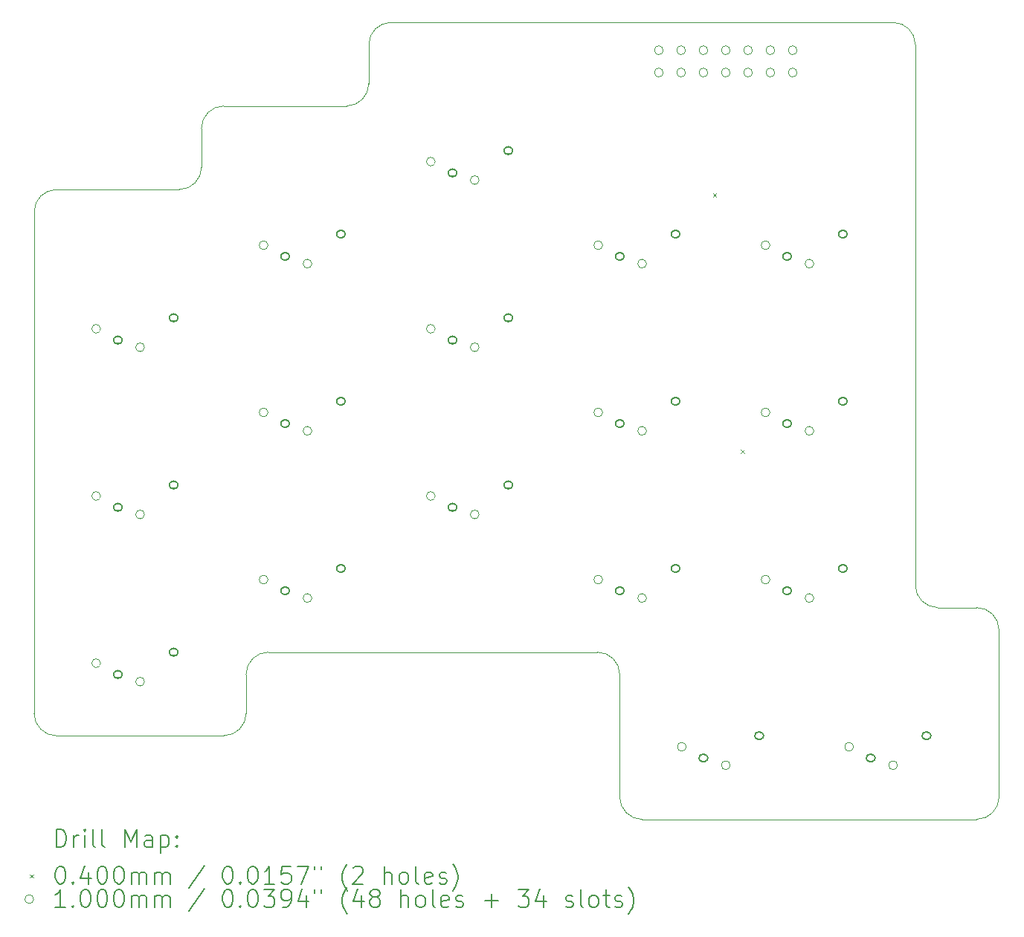
<source format=gbr>
%FSLAX45Y45*%
G04 Gerber Fmt 4.5, Leading zero omitted, Abs format (unit mm)*
G04 Created by KiCad (PCBNEW (6.0.5-0)) date 2022-06-17 11:14:30*
%MOMM*%
%LPD*%
G01*
G04 APERTURE LIST*
%TA.AperFunction,Profile*%
%ADD10C,0.120000*%
%TD*%
%ADD11C,0.200000*%
%ADD12C,0.040000*%
%ADD13C,0.100000*%
G04 APERTURE END LIST*
D10*
X-4064000Y2413000D02*
X-4064000Y2857500D01*
X-1206500Y-4318000D02*
X-1206500Y-5715000D01*
X2159000Y-3302000D02*
G75*
G03*
X2413000Y-3556000I254000J0D01*
G01*
X-7874000Y-4762500D02*
G75*
G03*
X-7620000Y-5016500I254000J0D01*
G01*
X2603500Y-5969000D02*
X2857500Y-5969000D01*
X-6223000Y1206500D02*
G75*
G03*
X-5969000Y1460500I0J254000D01*
G01*
X-7874000Y952500D02*
X-7874000Y-4762500D01*
X-1206500Y-5715000D02*
G75*
G03*
X-952500Y-5969000I254000J0D01*
G01*
X-4318000Y2159000D02*
G75*
G03*
X-4064000Y2413000I0J254000D01*
G01*
X-5207000Y-4064000D02*
G75*
G03*
X-5461000Y-4318000I0J-254000D01*
G01*
X3111500Y-3810000D02*
G75*
G03*
X2857500Y-3556000I-254000J0D01*
G01*
X2159000Y-3302000D02*
X2159000Y2857500D01*
X-7620000Y-5016500D02*
X-5715000Y-5016500D01*
X-3810000Y3111500D02*
G75*
G03*
X-4064000Y2857500I0J-254000D01*
G01*
X3111500Y-4064000D02*
X3111500Y-3810000D01*
X-5715000Y2159000D02*
G75*
G03*
X-5969000Y1905000I0J-254000D01*
G01*
X-1460500Y-4064000D02*
X-5207000Y-4064000D01*
X-1206500Y-4318000D02*
G75*
G03*
X-1460500Y-4064000I-254000J0D01*
G01*
X-7620000Y1206500D02*
G75*
G03*
X-7874000Y952500I0J-254000D01*
G01*
X-5715000Y-5016500D02*
G75*
G03*
X-5461000Y-4762500I0J254000D01*
G01*
X-5461000Y-4762500D02*
X-5461000Y-4318000D01*
X-1905000Y3111500D02*
X-3810000Y3111500D01*
X-5969000Y1905000D02*
X-5969000Y1460500D01*
X2857500Y-3556000D02*
X2413000Y-3556000D01*
X1905000Y3111500D02*
X-1905000Y3111500D01*
X-6223000Y1206500D02*
X-7620000Y1206500D01*
X2857500Y-5969000D02*
G75*
G03*
X3111500Y-5715000I0J254000D01*
G01*
X3111500Y-4064000D02*
X3111500Y-5715000D01*
X2603500Y-5969000D02*
X-952500Y-5969000D01*
X2159000Y2857500D02*
G75*
G03*
X1905000Y3111500I-254000J0D01*
G01*
X-5715000Y2159000D02*
X-4318000Y2159000D01*
D11*
D12*
X-147000Y1163000D02*
X-107000Y1123000D01*
X-107000Y1163000D02*
X-147000Y1123000D01*
X170500Y-1758000D02*
X210500Y-1798000D01*
X210500Y-1758000D02*
X170500Y-1798000D01*
D13*
X-7117500Y-380000D02*
G75*
G03*
X-7117500Y-380000I-50000J0D01*
G01*
X-7117500Y-2285000D02*
G75*
G03*
X-7117500Y-2285000I-50000J0D01*
G01*
X-7117500Y-4190000D02*
G75*
G03*
X-7117500Y-4190000I-50000J0D01*
G01*
X-6871500Y-508000D02*
G75*
G03*
X-6871500Y-508000I-50000J0D01*
G01*
D11*
X-6911500Y-468000D02*
X-6931500Y-468000D01*
X-6911500Y-548000D02*
X-6931500Y-548000D01*
X-6931500Y-468000D02*
G75*
G03*
X-6931500Y-548000I0J-40000D01*
G01*
X-6911500Y-548000D02*
G75*
G03*
X-6911500Y-468000I0J40000D01*
G01*
D13*
X-6871500Y-2413000D02*
G75*
G03*
X-6871500Y-2413000I-50000J0D01*
G01*
D11*
X-6911500Y-2373000D02*
X-6931500Y-2373000D01*
X-6911500Y-2453000D02*
X-6931500Y-2453000D01*
X-6931500Y-2373000D02*
G75*
G03*
X-6931500Y-2453000I0J-40000D01*
G01*
X-6911500Y-2453000D02*
G75*
G03*
X-6911500Y-2373000I0J40000D01*
G01*
D13*
X-6871500Y-4318000D02*
G75*
G03*
X-6871500Y-4318000I-50000J0D01*
G01*
D11*
X-6911500Y-4278000D02*
X-6931500Y-4278000D01*
X-6911500Y-4358000D02*
X-6931500Y-4358000D01*
X-6931500Y-4278000D02*
G75*
G03*
X-6931500Y-4358000I0J-40000D01*
G01*
X-6911500Y-4358000D02*
G75*
G03*
X-6911500Y-4278000I0J40000D01*
G01*
D13*
X-6617500Y-590000D02*
G75*
G03*
X-6617500Y-590000I-50000J0D01*
G01*
X-6617500Y-2495000D02*
G75*
G03*
X-6617500Y-2495000I-50000J0D01*
G01*
X-6617500Y-4400000D02*
G75*
G03*
X-6617500Y-4400000I-50000J0D01*
G01*
X-6236500Y-254000D02*
G75*
G03*
X-6236500Y-254000I-50000J0D01*
G01*
D11*
X-6276500Y-214000D02*
X-6296500Y-214000D01*
X-6276500Y-294000D02*
X-6296500Y-294000D01*
X-6296500Y-214000D02*
G75*
G03*
X-6296500Y-294000I0J-40000D01*
G01*
X-6276500Y-294000D02*
G75*
G03*
X-6276500Y-214000I0J40000D01*
G01*
D13*
X-6236500Y-2159000D02*
G75*
G03*
X-6236500Y-2159000I-50000J0D01*
G01*
D11*
X-6276500Y-2119000D02*
X-6296500Y-2119000D01*
X-6276500Y-2199000D02*
X-6296500Y-2199000D01*
X-6296500Y-2119000D02*
G75*
G03*
X-6296500Y-2199000I0J-40000D01*
G01*
X-6276500Y-2199000D02*
G75*
G03*
X-6276500Y-2119000I0J40000D01*
G01*
D13*
X-6236500Y-4064000D02*
G75*
G03*
X-6236500Y-4064000I-50000J0D01*
G01*
D11*
X-6276500Y-4024000D02*
X-6296500Y-4024000D01*
X-6276500Y-4104000D02*
X-6296500Y-4104000D01*
X-6296500Y-4024000D02*
G75*
G03*
X-6296500Y-4104000I0J-40000D01*
G01*
X-6276500Y-4104000D02*
G75*
G03*
X-6276500Y-4024000I0J40000D01*
G01*
D13*
X-5212500Y572500D02*
G75*
G03*
X-5212500Y572500I-50000J0D01*
G01*
X-5212500Y-1332500D02*
G75*
G03*
X-5212500Y-1332500I-50000J0D01*
G01*
X-5212500Y-3237500D02*
G75*
G03*
X-5212500Y-3237500I-50000J0D01*
G01*
X-4966500Y444500D02*
G75*
G03*
X-4966500Y444500I-50000J0D01*
G01*
D11*
X-5006500Y484500D02*
X-5026500Y484500D01*
X-5006500Y404500D02*
X-5026500Y404500D01*
X-5026500Y484500D02*
G75*
G03*
X-5026500Y404500I0J-40000D01*
G01*
X-5006500Y404500D02*
G75*
G03*
X-5006500Y484500I0J40000D01*
G01*
D13*
X-4966500Y-1460500D02*
G75*
G03*
X-4966500Y-1460500I-50000J0D01*
G01*
D11*
X-5006500Y-1420500D02*
X-5026500Y-1420500D01*
X-5006500Y-1500500D02*
X-5026500Y-1500500D01*
X-5026500Y-1420500D02*
G75*
G03*
X-5026500Y-1500500I0J-40000D01*
G01*
X-5006500Y-1500500D02*
G75*
G03*
X-5006500Y-1420500I0J40000D01*
G01*
D13*
X-4966500Y-3365500D02*
G75*
G03*
X-4966500Y-3365500I-50000J0D01*
G01*
D11*
X-5006500Y-3325500D02*
X-5026500Y-3325500D01*
X-5006500Y-3405500D02*
X-5026500Y-3405500D01*
X-5026500Y-3325500D02*
G75*
G03*
X-5026500Y-3405500I0J-40000D01*
G01*
X-5006500Y-3405500D02*
G75*
G03*
X-5006500Y-3325500I0J40000D01*
G01*
D13*
X-4712500Y362500D02*
G75*
G03*
X-4712500Y362500I-50000J0D01*
G01*
X-4712500Y-1542500D02*
G75*
G03*
X-4712500Y-1542500I-50000J0D01*
G01*
X-4712500Y-3447500D02*
G75*
G03*
X-4712500Y-3447500I-50000J0D01*
G01*
X-4331500Y698500D02*
G75*
G03*
X-4331500Y698500I-50000J0D01*
G01*
D11*
X-4371500Y738500D02*
X-4391500Y738500D01*
X-4371500Y658500D02*
X-4391500Y658500D01*
X-4391500Y738500D02*
G75*
G03*
X-4391500Y658500I0J-40000D01*
G01*
X-4371500Y658500D02*
G75*
G03*
X-4371500Y738500I0J40000D01*
G01*
D13*
X-4331500Y-1206500D02*
G75*
G03*
X-4331500Y-1206500I-50000J0D01*
G01*
D11*
X-4371500Y-1166500D02*
X-4391500Y-1166500D01*
X-4371500Y-1246500D02*
X-4391500Y-1246500D01*
X-4391500Y-1166500D02*
G75*
G03*
X-4391500Y-1246500I0J-40000D01*
G01*
X-4371500Y-1246500D02*
G75*
G03*
X-4371500Y-1166500I0J40000D01*
G01*
D13*
X-4331500Y-3111500D02*
G75*
G03*
X-4331500Y-3111500I-50000J0D01*
G01*
D11*
X-4371500Y-3071500D02*
X-4391500Y-3071500D01*
X-4371500Y-3151500D02*
X-4391500Y-3151500D01*
X-4391500Y-3071500D02*
G75*
G03*
X-4391500Y-3151500I0J-40000D01*
G01*
X-4371500Y-3151500D02*
G75*
G03*
X-4371500Y-3071500I0J40000D01*
G01*
D13*
X-3307500Y1525000D02*
G75*
G03*
X-3307500Y1525000I-50000J0D01*
G01*
X-3307500Y-380000D02*
G75*
G03*
X-3307500Y-380000I-50000J0D01*
G01*
X-3307500Y-2285000D02*
G75*
G03*
X-3307500Y-2285000I-50000J0D01*
G01*
X-3061500Y1397000D02*
G75*
G03*
X-3061500Y1397000I-50000J0D01*
G01*
D11*
X-3101500Y1437000D02*
X-3121500Y1437000D01*
X-3101500Y1357000D02*
X-3121500Y1357000D01*
X-3121500Y1437000D02*
G75*
G03*
X-3121500Y1357000I0J-40000D01*
G01*
X-3101500Y1357000D02*
G75*
G03*
X-3101500Y1437000I0J40000D01*
G01*
D13*
X-3061500Y-508000D02*
G75*
G03*
X-3061500Y-508000I-50000J0D01*
G01*
D11*
X-3101500Y-468000D02*
X-3121500Y-468000D01*
X-3101500Y-548000D02*
X-3121500Y-548000D01*
X-3121500Y-468000D02*
G75*
G03*
X-3121500Y-548000I0J-40000D01*
G01*
X-3101500Y-548000D02*
G75*
G03*
X-3101500Y-468000I0J40000D01*
G01*
D13*
X-3061500Y-2413000D02*
G75*
G03*
X-3061500Y-2413000I-50000J0D01*
G01*
D11*
X-3101500Y-2373000D02*
X-3121500Y-2373000D01*
X-3101500Y-2453000D02*
X-3121500Y-2453000D01*
X-3121500Y-2373000D02*
G75*
G03*
X-3121500Y-2453000I0J-40000D01*
G01*
X-3101500Y-2453000D02*
G75*
G03*
X-3101500Y-2373000I0J40000D01*
G01*
D13*
X-2807500Y1315000D02*
G75*
G03*
X-2807500Y1315000I-50000J0D01*
G01*
X-2807500Y-590000D02*
G75*
G03*
X-2807500Y-590000I-50000J0D01*
G01*
X-2807500Y-2495000D02*
G75*
G03*
X-2807500Y-2495000I-50000J0D01*
G01*
X-2426500Y1651000D02*
G75*
G03*
X-2426500Y1651000I-50000J0D01*
G01*
D11*
X-2466500Y1691000D02*
X-2486500Y1691000D01*
X-2466500Y1611000D02*
X-2486500Y1611000D01*
X-2486500Y1691000D02*
G75*
G03*
X-2486500Y1611000I0J-40000D01*
G01*
X-2466500Y1611000D02*
G75*
G03*
X-2466500Y1691000I0J40000D01*
G01*
D13*
X-2426500Y-254000D02*
G75*
G03*
X-2426500Y-254000I-50000J0D01*
G01*
D11*
X-2466500Y-214000D02*
X-2486500Y-214000D01*
X-2466500Y-294000D02*
X-2486500Y-294000D01*
X-2486500Y-214000D02*
G75*
G03*
X-2486500Y-294000I0J-40000D01*
G01*
X-2466500Y-294000D02*
G75*
G03*
X-2466500Y-214000I0J40000D01*
G01*
D13*
X-2426500Y-2159000D02*
G75*
G03*
X-2426500Y-2159000I-50000J0D01*
G01*
D11*
X-2466500Y-2119000D02*
X-2486500Y-2119000D01*
X-2466500Y-2199000D02*
X-2486500Y-2199000D01*
X-2486500Y-2119000D02*
G75*
G03*
X-2486500Y-2199000I0J-40000D01*
G01*
X-2466500Y-2199000D02*
G75*
G03*
X-2466500Y-2119000I0J40000D01*
G01*
D13*
X-1402500Y572500D02*
G75*
G03*
X-1402500Y572500I-50000J0D01*
G01*
X-1402500Y-1332500D02*
G75*
G03*
X-1402500Y-1332500I-50000J0D01*
G01*
X-1402500Y-3237500D02*
G75*
G03*
X-1402500Y-3237500I-50000J0D01*
G01*
X-1156500Y444500D02*
G75*
G03*
X-1156500Y444500I-50000J0D01*
G01*
D11*
X-1196500Y484500D02*
X-1216500Y484500D01*
X-1196500Y404500D02*
X-1216500Y404500D01*
X-1216500Y484500D02*
G75*
G03*
X-1216500Y404500I0J-40000D01*
G01*
X-1196500Y404500D02*
G75*
G03*
X-1196500Y484500I0J40000D01*
G01*
D13*
X-1156500Y-1460500D02*
G75*
G03*
X-1156500Y-1460500I-50000J0D01*
G01*
D11*
X-1196500Y-1420500D02*
X-1216500Y-1420500D01*
X-1196500Y-1500500D02*
X-1216500Y-1500500D01*
X-1216500Y-1420500D02*
G75*
G03*
X-1216500Y-1500500I0J-40000D01*
G01*
X-1196500Y-1500500D02*
G75*
G03*
X-1196500Y-1420500I0J40000D01*
G01*
D13*
X-1156500Y-3365500D02*
G75*
G03*
X-1156500Y-3365500I-50000J0D01*
G01*
D11*
X-1196500Y-3325500D02*
X-1216500Y-3325500D01*
X-1196500Y-3405500D02*
X-1216500Y-3405500D01*
X-1216500Y-3325500D02*
G75*
G03*
X-1216500Y-3405500I0J-40000D01*
G01*
X-1196500Y-3405500D02*
G75*
G03*
X-1196500Y-3325500I0J40000D01*
G01*
D13*
X-902500Y362500D02*
G75*
G03*
X-902500Y362500I-50000J0D01*
G01*
X-902500Y-1542500D02*
G75*
G03*
X-902500Y-1542500I-50000J0D01*
G01*
X-902500Y-3447500D02*
G75*
G03*
X-902500Y-3447500I-50000J0D01*
G01*
X-712000Y2794000D02*
G75*
G03*
X-712000Y2794000I-50000J0D01*
G01*
X-712000Y2540000D02*
G75*
G03*
X-712000Y2540000I-50000J0D01*
G01*
X-521500Y698500D02*
G75*
G03*
X-521500Y698500I-50000J0D01*
G01*
D11*
X-561500Y738500D02*
X-581500Y738500D01*
X-561500Y658500D02*
X-581500Y658500D01*
X-581500Y738500D02*
G75*
G03*
X-581500Y658500I0J-40000D01*
G01*
X-561500Y658500D02*
G75*
G03*
X-561500Y738500I0J40000D01*
G01*
D13*
X-521500Y-1206500D02*
G75*
G03*
X-521500Y-1206500I-50000J0D01*
G01*
D11*
X-561500Y-1166500D02*
X-581500Y-1166500D01*
X-561500Y-1246500D02*
X-581500Y-1246500D01*
X-581500Y-1166500D02*
G75*
G03*
X-581500Y-1246500I0J-40000D01*
G01*
X-561500Y-1246500D02*
G75*
G03*
X-561500Y-1166500I0J40000D01*
G01*
D13*
X-521500Y-3111500D02*
G75*
G03*
X-521500Y-3111500I-50000J0D01*
G01*
D11*
X-561500Y-3071500D02*
X-581500Y-3071500D01*
X-561500Y-3151500D02*
X-581500Y-3151500D01*
X-581500Y-3071500D02*
G75*
G03*
X-581500Y-3151500I0J-40000D01*
G01*
X-561500Y-3151500D02*
G75*
G03*
X-561500Y-3071500I0J40000D01*
G01*
D13*
X-458000Y2794000D02*
G75*
G03*
X-458000Y2794000I-50000J0D01*
G01*
X-458000Y2540000D02*
G75*
G03*
X-458000Y2540000I-50000J0D01*
G01*
X-450000Y-5142500D02*
G75*
G03*
X-450000Y-5142500I-50000J0D01*
G01*
X-204000Y2794000D02*
G75*
G03*
X-204000Y2794000I-50000J0D01*
G01*
X-204000Y2540000D02*
G75*
G03*
X-204000Y2540000I-50000J0D01*
G01*
X-204000Y-5270500D02*
G75*
G03*
X-204000Y-5270500I-50000J0D01*
G01*
D11*
X-244000Y-5230500D02*
X-264000Y-5230500D01*
X-244000Y-5310500D02*
X-264000Y-5310500D01*
X-264000Y-5230500D02*
G75*
G03*
X-264000Y-5310500I0J-40000D01*
G01*
X-244000Y-5310500D02*
G75*
G03*
X-244000Y-5230500I0J40000D01*
G01*
D13*
X50000Y2794000D02*
G75*
G03*
X50000Y2794000I-50000J0D01*
G01*
X50000Y2540000D02*
G75*
G03*
X50000Y2540000I-50000J0D01*
G01*
X50000Y-5352500D02*
G75*
G03*
X50000Y-5352500I-50000J0D01*
G01*
X304000Y2794000D02*
G75*
G03*
X304000Y2794000I-50000J0D01*
G01*
X304000Y2540000D02*
G75*
G03*
X304000Y2540000I-50000J0D01*
G01*
X431000Y-5016500D02*
G75*
G03*
X431000Y-5016500I-50000J0D01*
G01*
D11*
X391000Y-4976500D02*
X371000Y-4976500D01*
X391000Y-5056500D02*
X371000Y-5056500D01*
X371000Y-4976500D02*
G75*
G03*
X371000Y-5056500I0J-40000D01*
G01*
X391000Y-5056500D02*
G75*
G03*
X391000Y-4976500I0J40000D01*
G01*
D13*
X502500Y572500D02*
G75*
G03*
X502500Y572500I-50000J0D01*
G01*
X502500Y-1332500D02*
G75*
G03*
X502500Y-1332500I-50000J0D01*
G01*
X502500Y-3237500D02*
G75*
G03*
X502500Y-3237500I-50000J0D01*
G01*
X558000Y2794000D02*
G75*
G03*
X558000Y2794000I-50000J0D01*
G01*
X558000Y2540000D02*
G75*
G03*
X558000Y2540000I-50000J0D01*
G01*
X748500Y444500D02*
G75*
G03*
X748500Y444500I-50000J0D01*
G01*
D11*
X708500Y484500D02*
X688500Y484500D01*
X708500Y404500D02*
X688500Y404500D01*
X688500Y484500D02*
G75*
G03*
X688500Y404500I0J-40000D01*
G01*
X708500Y404500D02*
G75*
G03*
X708500Y484500I0J40000D01*
G01*
D13*
X748500Y-1460500D02*
G75*
G03*
X748500Y-1460500I-50000J0D01*
G01*
D11*
X708500Y-1420500D02*
X688500Y-1420500D01*
X708500Y-1500500D02*
X688500Y-1500500D01*
X688500Y-1420500D02*
G75*
G03*
X688500Y-1500500I0J-40000D01*
G01*
X708500Y-1500500D02*
G75*
G03*
X708500Y-1420500I0J40000D01*
G01*
D13*
X748500Y-3365500D02*
G75*
G03*
X748500Y-3365500I-50000J0D01*
G01*
D11*
X708500Y-3325500D02*
X688500Y-3325500D01*
X708500Y-3405500D02*
X688500Y-3405500D01*
X688500Y-3325500D02*
G75*
G03*
X688500Y-3405500I0J-40000D01*
G01*
X708500Y-3405500D02*
G75*
G03*
X708500Y-3325500I0J40000D01*
G01*
D13*
X812000Y2794000D02*
G75*
G03*
X812000Y2794000I-50000J0D01*
G01*
X812000Y2540000D02*
G75*
G03*
X812000Y2540000I-50000J0D01*
G01*
X1002500Y362500D02*
G75*
G03*
X1002500Y362500I-50000J0D01*
G01*
X1002500Y-1542500D02*
G75*
G03*
X1002500Y-1542500I-50000J0D01*
G01*
X1002500Y-3447500D02*
G75*
G03*
X1002500Y-3447500I-50000J0D01*
G01*
X1383500Y698500D02*
G75*
G03*
X1383500Y698500I-50000J0D01*
G01*
D11*
X1343500Y738500D02*
X1323500Y738500D01*
X1343500Y658500D02*
X1323500Y658500D01*
X1323500Y738500D02*
G75*
G03*
X1323500Y658500I0J-40000D01*
G01*
X1343500Y658500D02*
G75*
G03*
X1343500Y738500I0J40000D01*
G01*
D13*
X1383500Y-1206500D02*
G75*
G03*
X1383500Y-1206500I-50000J0D01*
G01*
D11*
X1343500Y-1166500D02*
X1323500Y-1166500D01*
X1343500Y-1246500D02*
X1323500Y-1246500D01*
X1323500Y-1166500D02*
G75*
G03*
X1323500Y-1246500I0J-40000D01*
G01*
X1343500Y-1246500D02*
G75*
G03*
X1343500Y-1166500I0J40000D01*
G01*
D13*
X1383500Y-3111500D02*
G75*
G03*
X1383500Y-3111500I-50000J0D01*
G01*
D11*
X1343500Y-3071500D02*
X1323500Y-3071500D01*
X1343500Y-3151500D02*
X1323500Y-3151500D01*
X1323500Y-3071500D02*
G75*
G03*
X1323500Y-3151500I0J-40000D01*
G01*
X1343500Y-3151500D02*
G75*
G03*
X1343500Y-3071500I0J40000D01*
G01*
D13*
X1455000Y-5142500D02*
G75*
G03*
X1455000Y-5142500I-50000J0D01*
G01*
X1701000Y-5270500D02*
G75*
G03*
X1701000Y-5270500I-50000J0D01*
G01*
D11*
X1661000Y-5230500D02*
X1641000Y-5230500D01*
X1661000Y-5310500D02*
X1641000Y-5310500D01*
X1641000Y-5230500D02*
G75*
G03*
X1641000Y-5310500I0J-40000D01*
G01*
X1661000Y-5310500D02*
G75*
G03*
X1661000Y-5230500I0J40000D01*
G01*
D13*
X1955000Y-5352500D02*
G75*
G03*
X1955000Y-5352500I-50000J0D01*
G01*
X2336000Y-5016500D02*
G75*
G03*
X2336000Y-5016500I-50000J0D01*
G01*
D11*
X2296000Y-4976500D02*
X2276000Y-4976500D01*
X2296000Y-5056500D02*
X2276000Y-5056500D01*
X2276000Y-4976500D02*
G75*
G03*
X2276000Y-5056500I0J-40000D01*
G01*
X2296000Y-5056500D02*
G75*
G03*
X2296000Y-4976500I0J40000D01*
G01*
X-7622381Y-6285476D02*
X-7622381Y-6085476D01*
X-7574762Y-6085476D01*
X-7546190Y-6095000D01*
X-7527143Y-6114048D01*
X-7517619Y-6133095D01*
X-7508095Y-6171190D01*
X-7508095Y-6199762D01*
X-7517619Y-6237857D01*
X-7527143Y-6256905D01*
X-7546190Y-6275952D01*
X-7574762Y-6285476D01*
X-7622381Y-6285476D01*
X-7422381Y-6285476D02*
X-7422381Y-6152143D01*
X-7422381Y-6190238D02*
X-7412857Y-6171190D01*
X-7403333Y-6161667D01*
X-7384286Y-6152143D01*
X-7365238Y-6152143D01*
X-7298571Y-6285476D02*
X-7298571Y-6152143D01*
X-7298571Y-6085476D02*
X-7308095Y-6095000D01*
X-7298571Y-6104524D01*
X-7289048Y-6095000D01*
X-7298571Y-6085476D01*
X-7298571Y-6104524D01*
X-7174762Y-6285476D02*
X-7193810Y-6275952D01*
X-7203333Y-6256905D01*
X-7203333Y-6085476D01*
X-7070000Y-6285476D02*
X-7089048Y-6275952D01*
X-7098571Y-6256905D01*
X-7098571Y-6085476D01*
X-6841429Y-6285476D02*
X-6841429Y-6085476D01*
X-6774762Y-6228333D01*
X-6708095Y-6085476D01*
X-6708095Y-6285476D01*
X-6527143Y-6285476D02*
X-6527143Y-6180714D01*
X-6536667Y-6161667D01*
X-6555714Y-6152143D01*
X-6593810Y-6152143D01*
X-6612857Y-6161667D01*
X-6527143Y-6275952D02*
X-6546190Y-6285476D01*
X-6593810Y-6285476D01*
X-6612857Y-6275952D01*
X-6622381Y-6256905D01*
X-6622381Y-6237857D01*
X-6612857Y-6218809D01*
X-6593810Y-6209286D01*
X-6546190Y-6209286D01*
X-6527143Y-6199762D01*
X-6431905Y-6152143D02*
X-6431905Y-6352143D01*
X-6431905Y-6161667D02*
X-6412857Y-6152143D01*
X-6374762Y-6152143D01*
X-6355714Y-6161667D01*
X-6346190Y-6171190D01*
X-6336667Y-6190238D01*
X-6336667Y-6247381D01*
X-6346190Y-6266428D01*
X-6355714Y-6275952D01*
X-6374762Y-6285476D01*
X-6412857Y-6285476D01*
X-6431905Y-6275952D01*
X-6250952Y-6266428D02*
X-6241429Y-6275952D01*
X-6250952Y-6285476D01*
X-6260476Y-6275952D01*
X-6250952Y-6266428D01*
X-6250952Y-6285476D01*
X-6250952Y-6161667D02*
X-6241429Y-6171190D01*
X-6250952Y-6180714D01*
X-6260476Y-6171190D01*
X-6250952Y-6161667D01*
X-6250952Y-6180714D01*
D12*
X-7920000Y-6595000D02*
X-7880000Y-6635000D01*
X-7880000Y-6595000D02*
X-7920000Y-6635000D01*
D11*
X-7584286Y-6505476D02*
X-7565238Y-6505476D01*
X-7546190Y-6515000D01*
X-7536667Y-6524524D01*
X-7527143Y-6543571D01*
X-7517619Y-6581667D01*
X-7517619Y-6629286D01*
X-7527143Y-6667381D01*
X-7536667Y-6686428D01*
X-7546190Y-6695952D01*
X-7565238Y-6705476D01*
X-7584286Y-6705476D01*
X-7603333Y-6695952D01*
X-7612857Y-6686428D01*
X-7622381Y-6667381D01*
X-7631905Y-6629286D01*
X-7631905Y-6581667D01*
X-7622381Y-6543571D01*
X-7612857Y-6524524D01*
X-7603333Y-6515000D01*
X-7584286Y-6505476D01*
X-7431905Y-6686428D02*
X-7422381Y-6695952D01*
X-7431905Y-6705476D01*
X-7441429Y-6695952D01*
X-7431905Y-6686428D01*
X-7431905Y-6705476D01*
X-7250952Y-6572143D02*
X-7250952Y-6705476D01*
X-7298571Y-6495952D02*
X-7346190Y-6638809D01*
X-7222381Y-6638809D01*
X-7108095Y-6505476D02*
X-7089048Y-6505476D01*
X-7070000Y-6515000D01*
X-7060476Y-6524524D01*
X-7050952Y-6543571D01*
X-7041429Y-6581667D01*
X-7041429Y-6629286D01*
X-7050952Y-6667381D01*
X-7060476Y-6686428D01*
X-7070000Y-6695952D01*
X-7089048Y-6705476D01*
X-7108095Y-6705476D01*
X-7127143Y-6695952D01*
X-7136667Y-6686428D01*
X-7146190Y-6667381D01*
X-7155714Y-6629286D01*
X-7155714Y-6581667D01*
X-7146190Y-6543571D01*
X-7136667Y-6524524D01*
X-7127143Y-6515000D01*
X-7108095Y-6505476D01*
X-6917619Y-6505476D02*
X-6898571Y-6505476D01*
X-6879524Y-6515000D01*
X-6870000Y-6524524D01*
X-6860476Y-6543571D01*
X-6850952Y-6581667D01*
X-6850952Y-6629286D01*
X-6860476Y-6667381D01*
X-6870000Y-6686428D01*
X-6879524Y-6695952D01*
X-6898571Y-6705476D01*
X-6917619Y-6705476D01*
X-6936667Y-6695952D01*
X-6946190Y-6686428D01*
X-6955714Y-6667381D01*
X-6965238Y-6629286D01*
X-6965238Y-6581667D01*
X-6955714Y-6543571D01*
X-6946190Y-6524524D01*
X-6936667Y-6515000D01*
X-6917619Y-6505476D01*
X-6765238Y-6705476D02*
X-6765238Y-6572143D01*
X-6765238Y-6591190D02*
X-6755714Y-6581667D01*
X-6736667Y-6572143D01*
X-6708095Y-6572143D01*
X-6689048Y-6581667D01*
X-6679524Y-6600714D01*
X-6679524Y-6705476D01*
X-6679524Y-6600714D02*
X-6670000Y-6581667D01*
X-6650952Y-6572143D01*
X-6622381Y-6572143D01*
X-6603333Y-6581667D01*
X-6593810Y-6600714D01*
X-6593810Y-6705476D01*
X-6498571Y-6705476D02*
X-6498571Y-6572143D01*
X-6498571Y-6591190D02*
X-6489048Y-6581667D01*
X-6470000Y-6572143D01*
X-6441429Y-6572143D01*
X-6422381Y-6581667D01*
X-6412857Y-6600714D01*
X-6412857Y-6705476D01*
X-6412857Y-6600714D02*
X-6403333Y-6581667D01*
X-6384286Y-6572143D01*
X-6355714Y-6572143D01*
X-6336667Y-6581667D01*
X-6327143Y-6600714D01*
X-6327143Y-6705476D01*
X-5936667Y-6495952D02*
X-6108095Y-6753095D01*
X-5679524Y-6505476D02*
X-5660476Y-6505476D01*
X-5641429Y-6515000D01*
X-5631905Y-6524524D01*
X-5622381Y-6543571D01*
X-5612857Y-6581667D01*
X-5612857Y-6629286D01*
X-5622381Y-6667381D01*
X-5631905Y-6686428D01*
X-5641429Y-6695952D01*
X-5660476Y-6705476D01*
X-5679524Y-6705476D01*
X-5698571Y-6695952D01*
X-5708095Y-6686428D01*
X-5717619Y-6667381D01*
X-5727143Y-6629286D01*
X-5727143Y-6581667D01*
X-5717619Y-6543571D01*
X-5708095Y-6524524D01*
X-5698571Y-6515000D01*
X-5679524Y-6505476D01*
X-5527143Y-6686428D02*
X-5517619Y-6695952D01*
X-5527143Y-6705476D01*
X-5536667Y-6695952D01*
X-5527143Y-6686428D01*
X-5527143Y-6705476D01*
X-5393810Y-6505476D02*
X-5374762Y-6505476D01*
X-5355714Y-6515000D01*
X-5346191Y-6524524D01*
X-5336667Y-6543571D01*
X-5327143Y-6581667D01*
X-5327143Y-6629286D01*
X-5336667Y-6667381D01*
X-5346191Y-6686428D01*
X-5355714Y-6695952D01*
X-5374762Y-6705476D01*
X-5393810Y-6705476D01*
X-5412857Y-6695952D01*
X-5422381Y-6686428D01*
X-5431905Y-6667381D01*
X-5441429Y-6629286D01*
X-5441429Y-6581667D01*
X-5431905Y-6543571D01*
X-5422381Y-6524524D01*
X-5412857Y-6515000D01*
X-5393810Y-6505476D01*
X-5136667Y-6705476D02*
X-5250952Y-6705476D01*
X-5193810Y-6705476D02*
X-5193810Y-6505476D01*
X-5212857Y-6534048D01*
X-5231905Y-6553095D01*
X-5250952Y-6562619D01*
X-4955714Y-6505476D02*
X-5050952Y-6505476D01*
X-5060476Y-6600714D01*
X-5050952Y-6591190D01*
X-5031905Y-6581667D01*
X-4984286Y-6581667D01*
X-4965238Y-6591190D01*
X-4955714Y-6600714D01*
X-4946191Y-6619762D01*
X-4946191Y-6667381D01*
X-4955714Y-6686428D01*
X-4965238Y-6695952D01*
X-4984286Y-6705476D01*
X-5031905Y-6705476D01*
X-5050952Y-6695952D01*
X-5060476Y-6686428D01*
X-4879524Y-6505476D02*
X-4746191Y-6505476D01*
X-4831905Y-6705476D01*
X-4679524Y-6505476D02*
X-4679524Y-6543571D01*
X-4603333Y-6505476D02*
X-4603333Y-6543571D01*
X-4308095Y-6781667D02*
X-4317619Y-6772143D01*
X-4336667Y-6743571D01*
X-4346191Y-6724524D01*
X-4355714Y-6695952D01*
X-4365238Y-6648333D01*
X-4365238Y-6610238D01*
X-4355714Y-6562619D01*
X-4346191Y-6534048D01*
X-4336667Y-6515000D01*
X-4317619Y-6486428D01*
X-4308095Y-6476905D01*
X-4241429Y-6524524D02*
X-4231905Y-6515000D01*
X-4212857Y-6505476D01*
X-4165238Y-6505476D01*
X-4146190Y-6515000D01*
X-4136667Y-6524524D01*
X-4127143Y-6543571D01*
X-4127143Y-6562619D01*
X-4136667Y-6591190D01*
X-4250952Y-6705476D01*
X-4127143Y-6705476D01*
X-3889048Y-6705476D02*
X-3889048Y-6505476D01*
X-3803333Y-6705476D02*
X-3803333Y-6600714D01*
X-3812857Y-6581667D01*
X-3831905Y-6572143D01*
X-3860476Y-6572143D01*
X-3879524Y-6581667D01*
X-3889048Y-6591190D01*
X-3679524Y-6705476D02*
X-3698571Y-6695952D01*
X-3708095Y-6686428D01*
X-3717619Y-6667381D01*
X-3717619Y-6610238D01*
X-3708095Y-6591190D01*
X-3698571Y-6581667D01*
X-3679524Y-6572143D01*
X-3650952Y-6572143D01*
X-3631905Y-6581667D01*
X-3622381Y-6591190D01*
X-3612857Y-6610238D01*
X-3612857Y-6667381D01*
X-3622381Y-6686428D01*
X-3631905Y-6695952D01*
X-3650952Y-6705476D01*
X-3679524Y-6705476D01*
X-3498571Y-6705476D02*
X-3517619Y-6695952D01*
X-3527143Y-6676905D01*
X-3527143Y-6505476D01*
X-3346190Y-6695952D02*
X-3365238Y-6705476D01*
X-3403333Y-6705476D01*
X-3422381Y-6695952D01*
X-3431905Y-6676905D01*
X-3431905Y-6600714D01*
X-3422381Y-6581667D01*
X-3403333Y-6572143D01*
X-3365238Y-6572143D01*
X-3346190Y-6581667D01*
X-3336667Y-6600714D01*
X-3336667Y-6619762D01*
X-3431905Y-6638809D01*
X-3260476Y-6695952D02*
X-3241429Y-6705476D01*
X-3203333Y-6705476D01*
X-3184286Y-6695952D01*
X-3174762Y-6676905D01*
X-3174762Y-6667381D01*
X-3184286Y-6648333D01*
X-3203333Y-6638809D01*
X-3231905Y-6638809D01*
X-3250952Y-6629286D01*
X-3260476Y-6610238D01*
X-3260476Y-6600714D01*
X-3250952Y-6581667D01*
X-3231905Y-6572143D01*
X-3203333Y-6572143D01*
X-3184286Y-6581667D01*
X-3108095Y-6781667D02*
X-3098571Y-6772143D01*
X-3079524Y-6743571D01*
X-3070000Y-6724524D01*
X-3060476Y-6695952D01*
X-3050952Y-6648333D01*
X-3050952Y-6610238D01*
X-3060476Y-6562619D01*
X-3070000Y-6534048D01*
X-3079524Y-6515000D01*
X-3098571Y-6486428D01*
X-3108095Y-6476905D01*
D13*
X-7880000Y-6879000D02*
G75*
G03*
X-7880000Y-6879000I-50000J0D01*
G01*
D11*
X-7517619Y-6969476D02*
X-7631905Y-6969476D01*
X-7574762Y-6969476D02*
X-7574762Y-6769476D01*
X-7593810Y-6798048D01*
X-7612857Y-6817095D01*
X-7631905Y-6826619D01*
X-7431905Y-6950428D02*
X-7422381Y-6959952D01*
X-7431905Y-6969476D01*
X-7441429Y-6959952D01*
X-7431905Y-6950428D01*
X-7431905Y-6969476D01*
X-7298571Y-6769476D02*
X-7279524Y-6769476D01*
X-7260476Y-6779000D01*
X-7250952Y-6788524D01*
X-7241429Y-6807571D01*
X-7231905Y-6845667D01*
X-7231905Y-6893286D01*
X-7241429Y-6931381D01*
X-7250952Y-6950428D01*
X-7260476Y-6959952D01*
X-7279524Y-6969476D01*
X-7298571Y-6969476D01*
X-7317619Y-6959952D01*
X-7327143Y-6950428D01*
X-7336667Y-6931381D01*
X-7346190Y-6893286D01*
X-7346190Y-6845667D01*
X-7336667Y-6807571D01*
X-7327143Y-6788524D01*
X-7317619Y-6779000D01*
X-7298571Y-6769476D01*
X-7108095Y-6769476D02*
X-7089048Y-6769476D01*
X-7070000Y-6779000D01*
X-7060476Y-6788524D01*
X-7050952Y-6807571D01*
X-7041429Y-6845667D01*
X-7041429Y-6893286D01*
X-7050952Y-6931381D01*
X-7060476Y-6950428D01*
X-7070000Y-6959952D01*
X-7089048Y-6969476D01*
X-7108095Y-6969476D01*
X-7127143Y-6959952D01*
X-7136667Y-6950428D01*
X-7146190Y-6931381D01*
X-7155714Y-6893286D01*
X-7155714Y-6845667D01*
X-7146190Y-6807571D01*
X-7136667Y-6788524D01*
X-7127143Y-6779000D01*
X-7108095Y-6769476D01*
X-6917619Y-6769476D02*
X-6898571Y-6769476D01*
X-6879524Y-6779000D01*
X-6870000Y-6788524D01*
X-6860476Y-6807571D01*
X-6850952Y-6845667D01*
X-6850952Y-6893286D01*
X-6860476Y-6931381D01*
X-6870000Y-6950428D01*
X-6879524Y-6959952D01*
X-6898571Y-6969476D01*
X-6917619Y-6969476D01*
X-6936667Y-6959952D01*
X-6946190Y-6950428D01*
X-6955714Y-6931381D01*
X-6965238Y-6893286D01*
X-6965238Y-6845667D01*
X-6955714Y-6807571D01*
X-6946190Y-6788524D01*
X-6936667Y-6779000D01*
X-6917619Y-6769476D01*
X-6765238Y-6969476D02*
X-6765238Y-6836143D01*
X-6765238Y-6855190D02*
X-6755714Y-6845667D01*
X-6736667Y-6836143D01*
X-6708095Y-6836143D01*
X-6689048Y-6845667D01*
X-6679524Y-6864714D01*
X-6679524Y-6969476D01*
X-6679524Y-6864714D02*
X-6670000Y-6845667D01*
X-6650952Y-6836143D01*
X-6622381Y-6836143D01*
X-6603333Y-6845667D01*
X-6593810Y-6864714D01*
X-6593810Y-6969476D01*
X-6498571Y-6969476D02*
X-6498571Y-6836143D01*
X-6498571Y-6855190D02*
X-6489048Y-6845667D01*
X-6470000Y-6836143D01*
X-6441429Y-6836143D01*
X-6422381Y-6845667D01*
X-6412857Y-6864714D01*
X-6412857Y-6969476D01*
X-6412857Y-6864714D02*
X-6403333Y-6845667D01*
X-6384286Y-6836143D01*
X-6355714Y-6836143D01*
X-6336667Y-6845667D01*
X-6327143Y-6864714D01*
X-6327143Y-6969476D01*
X-5936667Y-6759952D02*
X-6108095Y-7017095D01*
X-5679524Y-6769476D02*
X-5660476Y-6769476D01*
X-5641429Y-6779000D01*
X-5631905Y-6788524D01*
X-5622381Y-6807571D01*
X-5612857Y-6845667D01*
X-5612857Y-6893286D01*
X-5622381Y-6931381D01*
X-5631905Y-6950428D01*
X-5641429Y-6959952D01*
X-5660476Y-6969476D01*
X-5679524Y-6969476D01*
X-5698571Y-6959952D01*
X-5708095Y-6950428D01*
X-5717619Y-6931381D01*
X-5727143Y-6893286D01*
X-5727143Y-6845667D01*
X-5717619Y-6807571D01*
X-5708095Y-6788524D01*
X-5698571Y-6779000D01*
X-5679524Y-6769476D01*
X-5527143Y-6950428D02*
X-5517619Y-6959952D01*
X-5527143Y-6969476D01*
X-5536667Y-6959952D01*
X-5527143Y-6950428D01*
X-5527143Y-6969476D01*
X-5393810Y-6769476D02*
X-5374762Y-6769476D01*
X-5355714Y-6779000D01*
X-5346191Y-6788524D01*
X-5336667Y-6807571D01*
X-5327143Y-6845667D01*
X-5327143Y-6893286D01*
X-5336667Y-6931381D01*
X-5346191Y-6950428D01*
X-5355714Y-6959952D01*
X-5374762Y-6969476D01*
X-5393810Y-6969476D01*
X-5412857Y-6959952D01*
X-5422381Y-6950428D01*
X-5431905Y-6931381D01*
X-5441429Y-6893286D01*
X-5441429Y-6845667D01*
X-5431905Y-6807571D01*
X-5422381Y-6788524D01*
X-5412857Y-6779000D01*
X-5393810Y-6769476D01*
X-5260476Y-6769476D02*
X-5136667Y-6769476D01*
X-5203333Y-6845667D01*
X-5174762Y-6845667D01*
X-5155714Y-6855190D01*
X-5146191Y-6864714D01*
X-5136667Y-6883762D01*
X-5136667Y-6931381D01*
X-5146191Y-6950428D01*
X-5155714Y-6959952D01*
X-5174762Y-6969476D01*
X-5231905Y-6969476D01*
X-5250952Y-6959952D01*
X-5260476Y-6950428D01*
X-5041429Y-6969476D02*
X-5003333Y-6969476D01*
X-4984286Y-6959952D01*
X-4974762Y-6950428D01*
X-4955714Y-6921857D01*
X-4946191Y-6883762D01*
X-4946191Y-6807571D01*
X-4955714Y-6788524D01*
X-4965238Y-6779000D01*
X-4984286Y-6769476D01*
X-5022381Y-6769476D01*
X-5041429Y-6779000D01*
X-5050952Y-6788524D01*
X-5060476Y-6807571D01*
X-5060476Y-6855190D01*
X-5050952Y-6874238D01*
X-5041429Y-6883762D01*
X-5022381Y-6893286D01*
X-4984286Y-6893286D01*
X-4965238Y-6883762D01*
X-4955714Y-6874238D01*
X-4946191Y-6855190D01*
X-4774762Y-6836143D02*
X-4774762Y-6969476D01*
X-4822381Y-6759952D02*
X-4870000Y-6902809D01*
X-4746191Y-6902809D01*
X-4679524Y-6769476D02*
X-4679524Y-6807571D01*
X-4603333Y-6769476D02*
X-4603333Y-6807571D01*
X-4308095Y-7045667D02*
X-4317619Y-7036143D01*
X-4336667Y-7007571D01*
X-4346191Y-6988524D01*
X-4355714Y-6959952D01*
X-4365238Y-6912333D01*
X-4365238Y-6874238D01*
X-4355714Y-6826619D01*
X-4346191Y-6798048D01*
X-4336667Y-6779000D01*
X-4317619Y-6750428D01*
X-4308095Y-6740905D01*
X-4146190Y-6836143D02*
X-4146190Y-6969476D01*
X-4193810Y-6759952D02*
X-4241429Y-6902809D01*
X-4117619Y-6902809D01*
X-4012857Y-6855190D02*
X-4031905Y-6845667D01*
X-4041429Y-6836143D01*
X-4050952Y-6817095D01*
X-4050952Y-6807571D01*
X-4041429Y-6788524D01*
X-4031905Y-6779000D01*
X-4012857Y-6769476D01*
X-3974762Y-6769476D01*
X-3955714Y-6779000D01*
X-3946190Y-6788524D01*
X-3936667Y-6807571D01*
X-3936667Y-6817095D01*
X-3946190Y-6836143D01*
X-3955714Y-6845667D01*
X-3974762Y-6855190D01*
X-4012857Y-6855190D01*
X-4031905Y-6864714D01*
X-4041429Y-6874238D01*
X-4050952Y-6893286D01*
X-4050952Y-6931381D01*
X-4041429Y-6950428D01*
X-4031905Y-6959952D01*
X-4012857Y-6969476D01*
X-3974762Y-6969476D01*
X-3955714Y-6959952D01*
X-3946190Y-6950428D01*
X-3936667Y-6931381D01*
X-3936667Y-6893286D01*
X-3946190Y-6874238D01*
X-3955714Y-6864714D01*
X-3974762Y-6855190D01*
X-3698571Y-6969476D02*
X-3698571Y-6769476D01*
X-3612857Y-6969476D02*
X-3612857Y-6864714D01*
X-3622381Y-6845667D01*
X-3641429Y-6836143D01*
X-3670000Y-6836143D01*
X-3689048Y-6845667D01*
X-3698571Y-6855190D01*
X-3489048Y-6969476D02*
X-3508095Y-6959952D01*
X-3517619Y-6950428D01*
X-3527143Y-6931381D01*
X-3527143Y-6874238D01*
X-3517619Y-6855190D01*
X-3508095Y-6845667D01*
X-3489048Y-6836143D01*
X-3460476Y-6836143D01*
X-3441429Y-6845667D01*
X-3431905Y-6855190D01*
X-3422381Y-6874238D01*
X-3422381Y-6931381D01*
X-3431905Y-6950428D01*
X-3441429Y-6959952D01*
X-3460476Y-6969476D01*
X-3489048Y-6969476D01*
X-3308095Y-6969476D02*
X-3327143Y-6959952D01*
X-3336667Y-6940905D01*
X-3336667Y-6769476D01*
X-3155714Y-6959952D02*
X-3174762Y-6969476D01*
X-3212857Y-6969476D01*
X-3231905Y-6959952D01*
X-3241429Y-6940905D01*
X-3241429Y-6864714D01*
X-3231905Y-6845667D01*
X-3212857Y-6836143D01*
X-3174762Y-6836143D01*
X-3155714Y-6845667D01*
X-3146190Y-6864714D01*
X-3146190Y-6883762D01*
X-3241429Y-6902809D01*
X-3070000Y-6959952D02*
X-3050952Y-6969476D01*
X-3012857Y-6969476D01*
X-2993810Y-6959952D01*
X-2984286Y-6940905D01*
X-2984286Y-6931381D01*
X-2993810Y-6912333D01*
X-3012857Y-6902809D01*
X-3041429Y-6902809D01*
X-3060476Y-6893286D01*
X-3070000Y-6874238D01*
X-3070000Y-6864714D01*
X-3060476Y-6845667D01*
X-3041429Y-6836143D01*
X-3012857Y-6836143D01*
X-2993810Y-6845667D01*
X-2746191Y-6893286D02*
X-2593810Y-6893286D01*
X-2670000Y-6969476D02*
X-2670000Y-6817095D01*
X-2365238Y-6769476D02*
X-2241429Y-6769476D01*
X-2308095Y-6845667D01*
X-2279524Y-6845667D01*
X-2260476Y-6855190D01*
X-2250952Y-6864714D01*
X-2241429Y-6883762D01*
X-2241429Y-6931381D01*
X-2250952Y-6950428D01*
X-2260476Y-6959952D01*
X-2279524Y-6969476D01*
X-2336667Y-6969476D01*
X-2355714Y-6959952D01*
X-2365238Y-6950428D01*
X-2070000Y-6836143D02*
X-2070000Y-6969476D01*
X-2117619Y-6759952D02*
X-2165238Y-6902809D01*
X-2041429Y-6902809D01*
X-1822381Y-6959952D02*
X-1803333Y-6969476D01*
X-1765238Y-6969476D01*
X-1746190Y-6959952D01*
X-1736667Y-6940905D01*
X-1736667Y-6931381D01*
X-1746190Y-6912333D01*
X-1765238Y-6902809D01*
X-1793810Y-6902809D01*
X-1812857Y-6893286D01*
X-1822381Y-6874238D01*
X-1822381Y-6864714D01*
X-1812857Y-6845667D01*
X-1793810Y-6836143D01*
X-1765238Y-6836143D01*
X-1746190Y-6845667D01*
X-1622381Y-6969476D02*
X-1641429Y-6959952D01*
X-1650952Y-6940905D01*
X-1650952Y-6769476D01*
X-1517619Y-6969476D02*
X-1536667Y-6959952D01*
X-1546190Y-6950428D01*
X-1555714Y-6931381D01*
X-1555714Y-6874238D01*
X-1546190Y-6855190D01*
X-1536667Y-6845667D01*
X-1517619Y-6836143D01*
X-1489048Y-6836143D01*
X-1470000Y-6845667D01*
X-1460476Y-6855190D01*
X-1450952Y-6874238D01*
X-1450952Y-6931381D01*
X-1460476Y-6950428D01*
X-1470000Y-6959952D01*
X-1489048Y-6969476D01*
X-1517619Y-6969476D01*
X-1393810Y-6836143D02*
X-1317619Y-6836143D01*
X-1365238Y-6769476D02*
X-1365238Y-6940905D01*
X-1355714Y-6959952D01*
X-1336667Y-6969476D01*
X-1317619Y-6969476D01*
X-1260476Y-6959952D02*
X-1241429Y-6969476D01*
X-1203333Y-6969476D01*
X-1184286Y-6959952D01*
X-1174762Y-6940905D01*
X-1174762Y-6931381D01*
X-1184286Y-6912333D01*
X-1203333Y-6902809D01*
X-1231905Y-6902809D01*
X-1250952Y-6893286D01*
X-1260476Y-6874238D01*
X-1260476Y-6864714D01*
X-1250952Y-6845667D01*
X-1231905Y-6836143D01*
X-1203333Y-6836143D01*
X-1184286Y-6845667D01*
X-1108095Y-7045667D02*
X-1098572Y-7036143D01*
X-1079524Y-7007571D01*
X-1070000Y-6988524D01*
X-1060476Y-6959952D01*
X-1050952Y-6912333D01*
X-1050952Y-6874238D01*
X-1060476Y-6826619D01*
X-1070000Y-6798048D01*
X-1079524Y-6779000D01*
X-1098572Y-6750428D01*
X-1108095Y-6740905D01*
M02*

</source>
